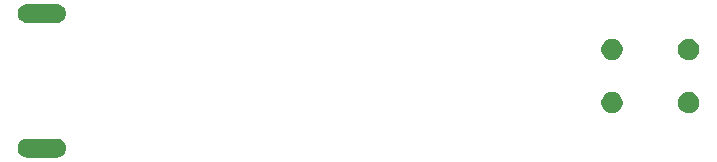
<source format=gbr>
G04 #@! TF.GenerationSoftware,KiCad,Pcbnew,5.1.4+dfsg1-1*
G04 #@! TF.CreationDate,2019-12-22T14:50:52-06:00*
G04 #@! TF.ProjectId,oxidized_flash,6f786964-697a-4656-945f-666c6173682e,rev?*
G04 #@! TF.SameCoordinates,Original*
G04 #@! TF.FileFunction,Soldermask,Bot*
G04 #@! TF.FilePolarity,Negative*
%FSLAX46Y46*%
G04 Gerber Fmt 4.6, Leading zero omitted, Abs format (unit mm)*
G04 Created by KiCad (PCBNEW 5.1.4+dfsg1-1) date 2019-12-22 14:50:52*
%MOMM*%
%LPD*%
G04 APERTURE LIST*
%ADD10C,0.100000*%
G04 APERTURE END LIST*
D10*
G36*
X28838984Y-36010788D02*
G01*
X28989935Y-36056578D01*
X28989938Y-36056579D01*
X29129052Y-36130937D01*
X29250990Y-36231010D01*
X29351063Y-36352948D01*
X29425421Y-36492062D01*
X29425422Y-36492065D01*
X29471212Y-36643016D01*
X29486674Y-36800000D01*
X29471212Y-36956984D01*
X29425422Y-37107935D01*
X29425421Y-37107938D01*
X29351063Y-37247052D01*
X29250990Y-37368990D01*
X29129052Y-37469063D01*
X28989938Y-37543421D01*
X28989935Y-37543422D01*
X28838984Y-37589212D01*
X28721332Y-37600800D01*
X26142668Y-37600800D01*
X26025016Y-37589212D01*
X25874065Y-37543422D01*
X25874062Y-37543421D01*
X25734948Y-37469063D01*
X25613010Y-37368990D01*
X25512937Y-37247052D01*
X25438579Y-37107938D01*
X25438578Y-37107935D01*
X25392788Y-36956984D01*
X25377326Y-36800000D01*
X25392788Y-36643016D01*
X25438578Y-36492065D01*
X25438579Y-36492062D01*
X25512937Y-36352948D01*
X25613010Y-36231010D01*
X25734948Y-36130937D01*
X25874062Y-36056579D01*
X25874065Y-36056578D01*
X26025016Y-36010788D01*
X26142668Y-35999200D01*
X28721332Y-35999200D01*
X28838984Y-36010788D01*
X28838984Y-36010788D01*
G37*
G36*
X82324229Y-32055854D02*
G01*
X82454757Y-32081817D01*
X82618690Y-32149721D01*
X82766222Y-32248299D01*
X82766224Y-32248301D01*
X82766227Y-32248303D01*
X82891697Y-32373773D01*
X82891699Y-32373776D01*
X82891701Y-32373778D01*
X82990279Y-32521310D01*
X83058183Y-32685243D01*
X83092800Y-32859280D01*
X83092800Y-33036720D01*
X83058183Y-33210757D01*
X82990279Y-33374690D01*
X82891701Y-33522222D01*
X82891699Y-33522224D01*
X82891697Y-33522227D01*
X82766227Y-33647697D01*
X82766224Y-33647699D01*
X82766222Y-33647701D01*
X82618690Y-33746279D01*
X82454757Y-33814183D01*
X82324229Y-33840146D01*
X82280721Y-33848800D01*
X82103279Y-33848800D01*
X82059771Y-33840146D01*
X81929243Y-33814183D01*
X81765310Y-33746279D01*
X81617778Y-33647701D01*
X81617776Y-33647699D01*
X81617773Y-33647697D01*
X81492303Y-33522227D01*
X81492301Y-33522224D01*
X81492299Y-33522222D01*
X81393721Y-33374690D01*
X81325817Y-33210757D01*
X81291200Y-33036720D01*
X81291200Y-32859280D01*
X81325817Y-32685243D01*
X81393721Y-32521310D01*
X81492299Y-32373778D01*
X81492301Y-32373776D01*
X81492303Y-32373773D01*
X81617773Y-32248303D01*
X81617776Y-32248301D01*
X81617778Y-32248299D01*
X81765310Y-32149721D01*
X81929243Y-32081817D01*
X82059771Y-32055854D01*
X82103279Y-32047200D01*
X82280721Y-32047200D01*
X82324229Y-32055854D01*
X82324229Y-32055854D01*
G37*
G36*
X75824229Y-32055854D02*
G01*
X75954757Y-32081817D01*
X76118690Y-32149721D01*
X76266222Y-32248299D01*
X76266224Y-32248301D01*
X76266227Y-32248303D01*
X76391697Y-32373773D01*
X76391699Y-32373776D01*
X76391701Y-32373778D01*
X76490279Y-32521310D01*
X76558183Y-32685243D01*
X76592800Y-32859280D01*
X76592800Y-33036720D01*
X76558183Y-33210757D01*
X76490279Y-33374690D01*
X76391701Y-33522222D01*
X76391699Y-33522224D01*
X76391697Y-33522227D01*
X76266227Y-33647697D01*
X76266224Y-33647699D01*
X76266222Y-33647701D01*
X76118690Y-33746279D01*
X75954757Y-33814183D01*
X75824229Y-33840146D01*
X75780721Y-33848800D01*
X75603279Y-33848800D01*
X75559771Y-33840146D01*
X75429243Y-33814183D01*
X75265310Y-33746279D01*
X75117778Y-33647701D01*
X75117776Y-33647699D01*
X75117773Y-33647697D01*
X74992303Y-33522227D01*
X74992301Y-33522224D01*
X74992299Y-33522222D01*
X74893721Y-33374690D01*
X74825817Y-33210757D01*
X74791200Y-33036720D01*
X74791200Y-32859280D01*
X74825817Y-32685243D01*
X74893721Y-32521310D01*
X74992299Y-32373778D01*
X74992301Y-32373776D01*
X74992303Y-32373773D01*
X75117773Y-32248303D01*
X75117776Y-32248301D01*
X75117778Y-32248299D01*
X75265310Y-32149721D01*
X75429243Y-32081817D01*
X75559771Y-32055854D01*
X75603279Y-32047200D01*
X75780721Y-32047200D01*
X75824229Y-32055854D01*
X75824229Y-32055854D01*
G37*
G36*
X82324229Y-27555854D02*
G01*
X82454757Y-27581817D01*
X82618690Y-27649721D01*
X82766222Y-27748299D01*
X82766224Y-27748301D01*
X82766227Y-27748303D01*
X82891697Y-27873773D01*
X82891699Y-27873776D01*
X82891701Y-27873778D01*
X82990279Y-28021310D01*
X83058183Y-28185243D01*
X83092800Y-28359280D01*
X83092800Y-28536720D01*
X83058183Y-28710757D01*
X82990279Y-28874690D01*
X82891701Y-29022222D01*
X82891699Y-29022224D01*
X82891697Y-29022227D01*
X82766227Y-29147697D01*
X82766224Y-29147699D01*
X82766222Y-29147701D01*
X82618690Y-29246279D01*
X82454757Y-29314183D01*
X82324229Y-29340146D01*
X82280721Y-29348800D01*
X82103279Y-29348800D01*
X82059771Y-29340146D01*
X81929243Y-29314183D01*
X81765310Y-29246279D01*
X81617778Y-29147701D01*
X81617776Y-29147699D01*
X81617773Y-29147697D01*
X81492303Y-29022227D01*
X81492301Y-29022224D01*
X81492299Y-29022222D01*
X81393721Y-28874690D01*
X81325817Y-28710757D01*
X81291200Y-28536720D01*
X81291200Y-28359280D01*
X81325817Y-28185243D01*
X81393721Y-28021310D01*
X81492299Y-27873778D01*
X81492301Y-27873776D01*
X81492303Y-27873773D01*
X81617773Y-27748303D01*
X81617776Y-27748301D01*
X81617778Y-27748299D01*
X81765310Y-27649721D01*
X81929243Y-27581817D01*
X82059771Y-27555854D01*
X82103279Y-27547200D01*
X82280721Y-27547200D01*
X82324229Y-27555854D01*
X82324229Y-27555854D01*
G37*
G36*
X75824229Y-27555854D02*
G01*
X75954757Y-27581817D01*
X76118690Y-27649721D01*
X76266222Y-27748299D01*
X76266224Y-27748301D01*
X76266227Y-27748303D01*
X76391697Y-27873773D01*
X76391699Y-27873776D01*
X76391701Y-27873778D01*
X76490279Y-28021310D01*
X76558183Y-28185243D01*
X76592800Y-28359280D01*
X76592800Y-28536720D01*
X76558183Y-28710757D01*
X76490279Y-28874690D01*
X76391701Y-29022222D01*
X76391699Y-29022224D01*
X76391697Y-29022227D01*
X76266227Y-29147697D01*
X76266224Y-29147699D01*
X76266222Y-29147701D01*
X76118690Y-29246279D01*
X75954757Y-29314183D01*
X75824229Y-29340146D01*
X75780721Y-29348800D01*
X75603279Y-29348800D01*
X75559771Y-29340146D01*
X75429243Y-29314183D01*
X75265310Y-29246279D01*
X75117778Y-29147701D01*
X75117776Y-29147699D01*
X75117773Y-29147697D01*
X74992303Y-29022227D01*
X74992301Y-29022224D01*
X74992299Y-29022222D01*
X74893721Y-28874690D01*
X74825817Y-28710757D01*
X74791200Y-28536720D01*
X74791200Y-28359280D01*
X74825817Y-28185243D01*
X74893721Y-28021310D01*
X74992299Y-27873778D01*
X74992301Y-27873776D01*
X74992303Y-27873773D01*
X75117773Y-27748303D01*
X75117776Y-27748301D01*
X75117778Y-27748299D01*
X75265310Y-27649721D01*
X75429243Y-27581817D01*
X75559771Y-27555854D01*
X75603279Y-27547200D01*
X75780721Y-27547200D01*
X75824229Y-27555854D01*
X75824229Y-27555854D01*
G37*
G36*
X28838984Y-24610788D02*
G01*
X28989935Y-24656578D01*
X28989938Y-24656579D01*
X29129052Y-24730937D01*
X29250990Y-24831010D01*
X29351063Y-24952948D01*
X29425421Y-25092062D01*
X29425422Y-25092065D01*
X29471212Y-25243016D01*
X29486674Y-25400000D01*
X29471212Y-25556984D01*
X29425422Y-25707935D01*
X29425421Y-25707938D01*
X29351063Y-25847052D01*
X29250990Y-25968990D01*
X29129052Y-26069063D01*
X28989938Y-26143421D01*
X28989935Y-26143422D01*
X28838984Y-26189212D01*
X28721332Y-26200800D01*
X26142668Y-26200800D01*
X26025016Y-26189212D01*
X25874065Y-26143422D01*
X25874062Y-26143421D01*
X25734948Y-26069063D01*
X25613010Y-25968990D01*
X25512937Y-25847052D01*
X25438579Y-25707938D01*
X25438578Y-25707935D01*
X25392788Y-25556984D01*
X25377326Y-25400000D01*
X25392788Y-25243016D01*
X25438578Y-25092065D01*
X25438579Y-25092062D01*
X25512937Y-24952948D01*
X25613010Y-24831010D01*
X25734948Y-24730937D01*
X25874062Y-24656579D01*
X25874065Y-24656578D01*
X26025016Y-24610788D01*
X26142668Y-24599200D01*
X28721332Y-24599200D01*
X28838984Y-24610788D01*
X28838984Y-24610788D01*
G37*
M02*

</source>
